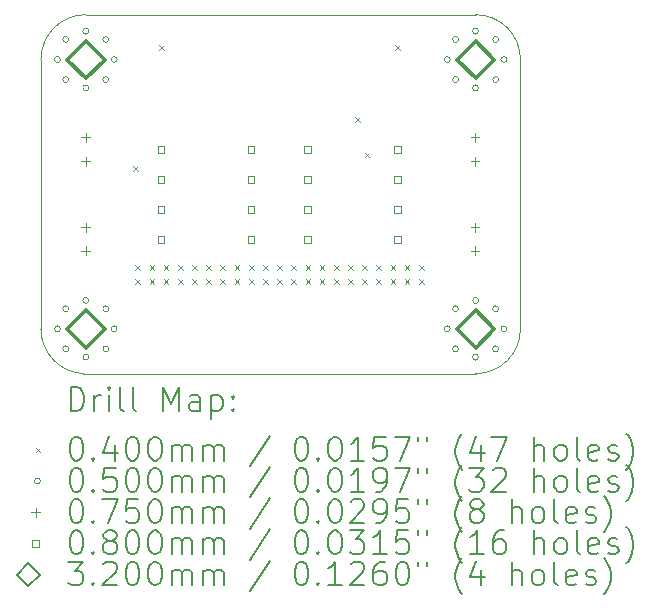
<source format=gbr>
%TF.GenerationSoftware,KiCad,Pcbnew,6.0.11-2627ca5db0~126~ubuntu22.04.1*%
%TF.CreationDate,2023-02-23T11:24:36+01:00*%
%TF.ProjectId,motordriver,6d6f746f-7264-4726-9976-65722e6b6963,rev?*%
%TF.SameCoordinates,Original*%
%TF.FileFunction,Drillmap*%
%TF.FilePolarity,Positive*%
%FSLAX45Y45*%
G04 Gerber Fmt 4.5, Leading zero omitted, Abs format (unit mm)*
G04 Created by KiCad (PCBNEW 6.0.11-2627ca5db0~126~ubuntu22.04.1) date 2023-02-23 11:24:36*
%MOMM*%
%LPD*%
G01*
G04 APERTURE LIST*
%ADD10C,0.100000*%
%ADD11C,0.200000*%
%ADD12C,0.040000*%
%ADD13C,0.050000*%
%ADD14C,0.075000*%
%ADD15C,0.080000*%
%ADD16C,0.320000*%
G04 APERTURE END LIST*
D10*
X15640000Y-11831500D02*
G75*
G03*
X16020000Y-11451500I0J380000D01*
G01*
X11959474Y-11451500D02*
G75*
G03*
X12320000Y-11831500I380526J0D01*
G01*
X16020000Y-9171500D02*
X16020000Y-11451500D01*
X15640000Y-11831500D02*
X12320000Y-11831500D01*
X12340000Y-8791500D02*
G75*
G03*
X11960000Y-9171500I0J-380000D01*
G01*
X11959474Y-11451500D02*
X11960000Y-9171500D01*
X16020000Y-9171500D02*
G75*
G03*
X15640000Y-8791500I-380000J0D01*
G01*
X12340000Y-8791500D02*
X15640000Y-8791500D01*
D11*
D12*
X12740000Y-10071500D02*
X12780000Y-10111500D01*
X12780000Y-10071500D02*
X12740000Y-10111500D01*
X12760000Y-10911500D02*
X12800000Y-10951500D01*
X12800000Y-10911500D02*
X12760000Y-10951500D01*
X12760000Y-11031500D02*
X12800000Y-11071500D01*
X12800000Y-11031500D02*
X12760000Y-11071500D01*
X12880000Y-10911500D02*
X12920000Y-10951500D01*
X12920000Y-10911500D02*
X12880000Y-10951500D01*
X12880000Y-11031500D02*
X12920000Y-11071500D01*
X12920000Y-11031500D02*
X12880000Y-11071500D01*
X12960000Y-9051500D02*
X13000000Y-9091500D01*
X13000000Y-9051500D02*
X12960000Y-9091500D01*
X13000000Y-10911500D02*
X13040000Y-10951500D01*
X13040000Y-10911500D02*
X13000000Y-10951500D01*
X13000000Y-11031500D02*
X13040000Y-11071500D01*
X13040000Y-11031500D02*
X13000000Y-11071500D01*
X13120000Y-10911500D02*
X13160000Y-10951500D01*
X13160000Y-10911500D02*
X13120000Y-10951500D01*
X13120000Y-11031500D02*
X13160000Y-11071500D01*
X13160000Y-11031500D02*
X13120000Y-11071500D01*
X13240000Y-10911500D02*
X13280000Y-10951500D01*
X13280000Y-10911500D02*
X13240000Y-10951500D01*
X13240000Y-11031500D02*
X13280000Y-11071500D01*
X13280000Y-11031500D02*
X13240000Y-11071500D01*
X13360000Y-10911500D02*
X13400000Y-10951500D01*
X13400000Y-10911500D02*
X13360000Y-10951500D01*
X13360000Y-11031500D02*
X13400000Y-11071500D01*
X13400000Y-11031500D02*
X13360000Y-11071500D01*
X13480000Y-10911500D02*
X13520000Y-10951500D01*
X13520000Y-10911500D02*
X13480000Y-10951500D01*
X13480000Y-11031500D02*
X13520000Y-11071500D01*
X13520000Y-11031500D02*
X13480000Y-11071500D01*
X13600000Y-10911500D02*
X13640000Y-10951500D01*
X13640000Y-10911500D02*
X13600000Y-10951500D01*
X13600000Y-11031500D02*
X13640000Y-11071500D01*
X13640000Y-11031500D02*
X13600000Y-11071500D01*
X13720000Y-10911500D02*
X13760000Y-10951500D01*
X13760000Y-10911500D02*
X13720000Y-10951500D01*
X13720000Y-11031500D02*
X13760000Y-11071500D01*
X13760000Y-11031500D02*
X13720000Y-11071500D01*
X13840000Y-10911500D02*
X13880000Y-10951500D01*
X13880000Y-10911500D02*
X13840000Y-10951500D01*
X13840000Y-11031500D02*
X13880000Y-11071500D01*
X13880000Y-11031500D02*
X13840000Y-11071500D01*
X13960000Y-10911500D02*
X14000000Y-10951500D01*
X14000000Y-10911500D02*
X13960000Y-10951500D01*
X13960000Y-11031500D02*
X14000000Y-11071500D01*
X14000000Y-11031500D02*
X13960000Y-11071500D01*
X14080000Y-10911500D02*
X14120000Y-10951500D01*
X14120000Y-10911500D02*
X14080000Y-10951500D01*
X14080000Y-11031500D02*
X14120000Y-11071500D01*
X14120000Y-11031500D02*
X14080000Y-11071500D01*
X14200000Y-10911500D02*
X14240000Y-10951500D01*
X14240000Y-10911500D02*
X14200000Y-10951500D01*
X14200000Y-11031500D02*
X14240000Y-11071500D01*
X14240000Y-11031500D02*
X14200000Y-11071500D01*
X14320000Y-10911500D02*
X14360000Y-10951500D01*
X14360000Y-10911500D02*
X14320000Y-10951500D01*
X14320000Y-11031500D02*
X14360000Y-11071500D01*
X14360000Y-11031500D02*
X14320000Y-11071500D01*
X14440000Y-10911500D02*
X14480000Y-10951500D01*
X14480000Y-10911500D02*
X14440000Y-10951500D01*
X14440000Y-11031500D02*
X14480000Y-11071500D01*
X14480000Y-11031500D02*
X14440000Y-11071500D01*
X14560000Y-10911500D02*
X14600000Y-10951500D01*
X14600000Y-10911500D02*
X14560000Y-10951500D01*
X14560000Y-11031500D02*
X14600000Y-11071500D01*
X14600000Y-11031500D02*
X14560000Y-11071500D01*
X14620000Y-9660000D02*
X14660000Y-9700000D01*
X14660000Y-9660000D02*
X14620000Y-9700000D01*
X14680000Y-10911500D02*
X14720000Y-10951500D01*
X14720000Y-10911500D02*
X14680000Y-10951500D01*
X14680000Y-11031500D02*
X14720000Y-11071500D01*
X14720000Y-11031500D02*
X14680000Y-11071500D01*
X14700000Y-9960000D02*
X14740000Y-10000000D01*
X14740000Y-9960000D02*
X14700000Y-10000000D01*
X14800000Y-10911500D02*
X14840000Y-10951500D01*
X14840000Y-10911500D02*
X14800000Y-10951500D01*
X14800000Y-11031500D02*
X14840000Y-11071500D01*
X14840000Y-11031500D02*
X14800000Y-11071500D01*
X14920000Y-10911500D02*
X14960000Y-10951500D01*
X14960000Y-10911500D02*
X14920000Y-10951500D01*
X14920000Y-11031500D02*
X14960000Y-11071500D01*
X14960000Y-11031500D02*
X14920000Y-11071500D01*
X14960000Y-9051500D02*
X15000000Y-9091500D01*
X15000000Y-9051500D02*
X14960000Y-9091500D01*
X15040000Y-10911500D02*
X15080000Y-10951500D01*
X15080000Y-10911500D02*
X15040000Y-10951500D01*
X15040000Y-11031500D02*
X15080000Y-11071500D01*
X15080000Y-11031500D02*
X15040000Y-11071500D01*
X15160000Y-10911500D02*
X15200000Y-10951500D01*
X15200000Y-10911500D02*
X15160000Y-10951500D01*
X15160000Y-11031500D02*
X15200000Y-11071500D01*
X15200000Y-11031500D02*
X15160000Y-11071500D01*
D13*
X12125000Y-9171500D02*
G75*
G03*
X12125000Y-9171500I-25000J0D01*
G01*
X12125000Y-11451500D02*
G75*
G03*
X12125000Y-11451500I-25000J0D01*
G01*
X12195294Y-9001794D02*
G75*
G03*
X12195294Y-9001794I-25000J0D01*
G01*
X12195294Y-9341206D02*
G75*
G03*
X12195294Y-9341206I-25000J0D01*
G01*
X12195294Y-11281794D02*
G75*
G03*
X12195294Y-11281794I-25000J0D01*
G01*
X12195294Y-11621206D02*
G75*
G03*
X12195294Y-11621206I-25000J0D01*
G01*
X12365000Y-8931500D02*
G75*
G03*
X12365000Y-8931500I-25000J0D01*
G01*
X12365000Y-9411500D02*
G75*
G03*
X12365000Y-9411500I-25000J0D01*
G01*
X12365000Y-11211500D02*
G75*
G03*
X12365000Y-11211500I-25000J0D01*
G01*
X12365000Y-11691500D02*
G75*
G03*
X12365000Y-11691500I-25000J0D01*
G01*
X12534706Y-9001794D02*
G75*
G03*
X12534706Y-9001794I-25000J0D01*
G01*
X12534706Y-9341206D02*
G75*
G03*
X12534706Y-9341206I-25000J0D01*
G01*
X12534706Y-11281794D02*
G75*
G03*
X12534706Y-11281794I-25000J0D01*
G01*
X12534706Y-11621206D02*
G75*
G03*
X12534706Y-11621206I-25000J0D01*
G01*
X12605000Y-9171500D02*
G75*
G03*
X12605000Y-9171500I-25000J0D01*
G01*
X12605000Y-11451500D02*
G75*
G03*
X12605000Y-11451500I-25000J0D01*
G01*
X15425000Y-9171500D02*
G75*
G03*
X15425000Y-9171500I-25000J0D01*
G01*
X15425000Y-11451500D02*
G75*
G03*
X15425000Y-11451500I-25000J0D01*
G01*
X15495294Y-9001794D02*
G75*
G03*
X15495294Y-9001794I-25000J0D01*
G01*
X15495294Y-9341206D02*
G75*
G03*
X15495294Y-9341206I-25000J0D01*
G01*
X15495294Y-11281794D02*
G75*
G03*
X15495294Y-11281794I-25000J0D01*
G01*
X15495294Y-11621206D02*
G75*
G03*
X15495294Y-11621206I-25000J0D01*
G01*
X15665000Y-8931500D02*
G75*
G03*
X15665000Y-8931500I-25000J0D01*
G01*
X15665000Y-9411500D02*
G75*
G03*
X15665000Y-9411500I-25000J0D01*
G01*
X15665000Y-11211500D02*
G75*
G03*
X15665000Y-11211500I-25000J0D01*
G01*
X15665000Y-11691500D02*
G75*
G03*
X15665000Y-11691500I-25000J0D01*
G01*
X15834706Y-9001794D02*
G75*
G03*
X15834706Y-9001794I-25000J0D01*
G01*
X15834706Y-9341206D02*
G75*
G03*
X15834706Y-9341206I-25000J0D01*
G01*
X15834706Y-11281794D02*
G75*
G03*
X15834706Y-11281794I-25000J0D01*
G01*
X15834706Y-11621206D02*
G75*
G03*
X15834706Y-11621206I-25000J0D01*
G01*
X15905000Y-9171500D02*
G75*
G03*
X15905000Y-9171500I-25000J0D01*
G01*
X15905000Y-11451500D02*
G75*
G03*
X15905000Y-11451500I-25000J0D01*
G01*
D14*
X12340000Y-9794000D02*
X12340000Y-9869000D01*
X12302500Y-9831500D02*
X12377500Y-9831500D01*
X12340000Y-9994000D02*
X12340000Y-10069000D01*
X12302500Y-10031500D02*
X12377500Y-10031500D01*
X12340000Y-10554000D02*
X12340000Y-10629000D01*
X12302500Y-10591500D02*
X12377500Y-10591500D01*
X12340000Y-10754000D02*
X12340000Y-10829000D01*
X12302500Y-10791500D02*
X12377500Y-10791500D01*
X15635000Y-9794000D02*
X15635000Y-9869000D01*
X15597500Y-9831500D02*
X15672500Y-9831500D01*
X15635000Y-9994000D02*
X15635000Y-10069000D01*
X15597500Y-10031500D02*
X15672500Y-10031500D01*
X15635000Y-10554000D02*
X15635000Y-10629000D01*
X15597500Y-10591500D02*
X15672500Y-10591500D01*
X15635000Y-10754000D02*
X15635000Y-10829000D01*
X15597500Y-10791500D02*
X15672500Y-10791500D01*
D15*
X13005784Y-9959785D02*
X13005784Y-9903216D01*
X12949215Y-9903216D01*
X12949215Y-9959785D01*
X13005784Y-9959785D01*
X13005784Y-10213785D02*
X13005784Y-10157216D01*
X12949215Y-10157216D01*
X12949215Y-10213785D01*
X13005784Y-10213785D01*
X13005784Y-10467785D02*
X13005784Y-10411216D01*
X12949215Y-10411216D01*
X12949215Y-10467785D01*
X13005784Y-10467785D01*
X13005784Y-10721785D02*
X13005784Y-10665216D01*
X12949215Y-10665216D01*
X12949215Y-10721785D01*
X13005784Y-10721785D01*
X13767784Y-9959785D02*
X13767784Y-9903216D01*
X13711215Y-9903216D01*
X13711215Y-9959785D01*
X13767784Y-9959785D01*
X13767784Y-10213785D02*
X13767784Y-10157216D01*
X13711215Y-10157216D01*
X13711215Y-10213785D01*
X13767784Y-10213785D01*
X13767784Y-10467785D02*
X13767784Y-10411216D01*
X13711215Y-10411216D01*
X13711215Y-10467785D01*
X13767784Y-10467785D01*
X13767784Y-10721785D02*
X13767784Y-10665216D01*
X13711215Y-10665216D01*
X13711215Y-10721785D01*
X13767784Y-10721785D01*
X14245784Y-9959785D02*
X14245784Y-9903216D01*
X14189215Y-9903216D01*
X14189215Y-9959785D01*
X14245784Y-9959785D01*
X14245784Y-10213785D02*
X14245784Y-10157216D01*
X14189215Y-10157216D01*
X14189215Y-10213785D01*
X14245784Y-10213785D01*
X14245784Y-10467785D02*
X14245784Y-10411216D01*
X14189215Y-10411216D01*
X14189215Y-10467785D01*
X14245784Y-10467785D01*
X14245784Y-10721785D02*
X14245784Y-10665216D01*
X14189215Y-10665216D01*
X14189215Y-10721785D01*
X14245784Y-10721785D01*
X15007784Y-9959785D02*
X15007784Y-9903216D01*
X14951215Y-9903216D01*
X14951215Y-9959785D01*
X15007784Y-9959785D01*
X15007784Y-10213785D02*
X15007784Y-10157216D01*
X14951215Y-10157216D01*
X14951215Y-10213785D01*
X15007784Y-10213785D01*
X15007784Y-10467785D02*
X15007784Y-10411216D01*
X14951215Y-10411216D01*
X14951215Y-10467785D01*
X15007784Y-10467785D01*
X15007784Y-10721785D02*
X15007784Y-10665216D01*
X14951215Y-10665216D01*
X14951215Y-10721785D01*
X15007784Y-10721785D01*
D16*
X12340000Y-9331500D02*
X12500000Y-9171500D01*
X12340000Y-9011500D01*
X12180000Y-9171500D01*
X12340000Y-9331500D01*
X12340000Y-11611500D02*
X12500000Y-11451500D01*
X12340000Y-11291500D01*
X12180000Y-11451500D01*
X12340000Y-11611500D01*
X15640000Y-9331500D02*
X15800000Y-9171500D01*
X15640000Y-9011500D01*
X15480000Y-9171500D01*
X15640000Y-9331500D01*
X15640000Y-11611500D02*
X15800000Y-11451500D01*
X15640000Y-11291500D01*
X15480000Y-11451500D01*
X15640000Y-11611500D01*
D11*
X12212093Y-12146976D02*
X12212093Y-11946976D01*
X12259712Y-11946976D01*
X12288284Y-11956500D01*
X12307331Y-11975548D01*
X12316855Y-11994595D01*
X12326379Y-12032690D01*
X12326379Y-12061262D01*
X12316855Y-12099357D01*
X12307331Y-12118405D01*
X12288284Y-12137452D01*
X12259712Y-12146976D01*
X12212093Y-12146976D01*
X12412093Y-12146976D02*
X12412093Y-12013643D01*
X12412093Y-12051738D02*
X12421617Y-12032690D01*
X12431141Y-12023167D01*
X12450188Y-12013643D01*
X12469236Y-12013643D01*
X12535903Y-12146976D02*
X12535903Y-12013643D01*
X12535903Y-11946976D02*
X12526379Y-11956500D01*
X12535903Y-11966024D01*
X12545426Y-11956500D01*
X12535903Y-11946976D01*
X12535903Y-11966024D01*
X12659712Y-12146976D02*
X12640664Y-12137452D01*
X12631141Y-12118405D01*
X12631141Y-11946976D01*
X12764474Y-12146976D02*
X12745426Y-12137452D01*
X12735903Y-12118405D01*
X12735903Y-11946976D01*
X12993045Y-12146976D02*
X12993045Y-11946976D01*
X13059712Y-12089833D01*
X13126379Y-11946976D01*
X13126379Y-12146976D01*
X13307331Y-12146976D02*
X13307331Y-12042214D01*
X13297807Y-12023167D01*
X13278760Y-12013643D01*
X13240664Y-12013643D01*
X13221617Y-12023167D01*
X13307331Y-12137452D02*
X13288284Y-12146976D01*
X13240664Y-12146976D01*
X13221617Y-12137452D01*
X13212093Y-12118405D01*
X13212093Y-12099357D01*
X13221617Y-12080309D01*
X13240664Y-12070786D01*
X13288284Y-12070786D01*
X13307331Y-12061262D01*
X13402569Y-12013643D02*
X13402569Y-12213643D01*
X13402569Y-12023167D02*
X13421617Y-12013643D01*
X13459712Y-12013643D01*
X13478760Y-12023167D01*
X13488284Y-12032690D01*
X13497807Y-12051738D01*
X13497807Y-12108881D01*
X13488284Y-12127928D01*
X13478760Y-12137452D01*
X13459712Y-12146976D01*
X13421617Y-12146976D01*
X13402569Y-12137452D01*
X13583522Y-12127928D02*
X13593045Y-12137452D01*
X13583522Y-12146976D01*
X13573998Y-12137452D01*
X13583522Y-12127928D01*
X13583522Y-12146976D01*
X13583522Y-12023167D02*
X13593045Y-12032690D01*
X13583522Y-12042214D01*
X13573998Y-12032690D01*
X13583522Y-12023167D01*
X13583522Y-12042214D01*
D12*
X11914474Y-12456500D02*
X11954474Y-12496500D01*
X11954474Y-12456500D02*
X11914474Y-12496500D01*
D11*
X12250188Y-12366976D02*
X12269236Y-12366976D01*
X12288284Y-12376500D01*
X12297807Y-12386024D01*
X12307331Y-12405071D01*
X12316855Y-12443167D01*
X12316855Y-12490786D01*
X12307331Y-12528881D01*
X12297807Y-12547928D01*
X12288284Y-12557452D01*
X12269236Y-12566976D01*
X12250188Y-12566976D01*
X12231141Y-12557452D01*
X12221617Y-12547928D01*
X12212093Y-12528881D01*
X12202569Y-12490786D01*
X12202569Y-12443167D01*
X12212093Y-12405071D01*
X12221617Y-12386024D01*
X12231141Y-12376500D01*
X12250188Y-12366976D01*
X12402569Y-12547928D02*
X12412093Y-12557452D01*
X12402569Y-12566976D01*
X12393045Y-12557452D01*
X12402569Y-12547928D01*
X12402569Y-12566976D01*
X12583522Y-12433643D02*
X12583522Y-12566976D01*
X12535903Y-12357452D02*
X12488284Y-12500309D01*
X12612093Y-12500309D01*
X12726379Y-12366976D02*
X12745426Y-12366976D01*
X12764474Y-12376500D01*
X12773998Y-12386024D01*
X12783522Y-12405071D01*
X12793045Y-12443167D01*
X12793045Y-12490786D01*
X12783522Y-12528881D01*
X12773998Y-12547928D01*
X12764474Y-12557452D01*
X12745426Y-12566976D01*
X12726379Y-12566976D01*
X12707331Y-12557452D01*
X12697807Y-12547928D01*
X12688284Y-12528881D01*
X12678760Y-12490786D01*
X12678760Y-12443167D01*
X12688284Y-12405071D01*
X12697807Y-12386024D01*
X12707331Y-12376500D01*
X12726379Y-12366976D01*
X12916855Y-12366976D02*
X12935903Y-12366976D01*
X12954950Y-12376500D01*
X12964474Y-12386024D01*
X12973998Y-12405071D01*
X12983522Y-12443167D01*
X12983522Y-12490786D01*
X12973998Y-12528881D01*
X12964474Y-12547928D01*
X12954950Y-12557452D01*
X12935903Y-12566976D01*
X12916855Y-12566976D01*
X12897807Y-12557452D01*
X12888284Y-12547928D01*
X12878760Y-12528881D01*
X12869236Y-12490786D01*
X12869236Y-12443167D01*
X12878760Y-12405071D01*
X12888284Y-12386024D01*
X12897807Y-12376500D01*
X12916855Y-12366976D01*
X13069236Y-12566976D02*
X13069236Y-12433643D01*
X13069236Y-12452690D02*
X13078760Y-12443167D01*
X13097807Y-12433643D01*
X13126379Y-12433643D01*
X13145426Y-12443167D01*
X13154950Y-12462214D01*
X13154950Y-12566976D01*
X13154950Y-12462214D02*
X13164474Y-12443167D01*
X13183522Y-12433643D01*
X13212093Y-12433643D01*
X13231141Y-12443167D01*
X13240664Y-12462214D01*
X13240664Y-12566976D01*
X13335903Y-12566976D02*
X13335903Y-12433643D01*
X13335903Y-12452690D02*
X13345426Y-12443167D01*
X13364474Y-12433643D01*
X13393045Y-12433643D01*
X13412093Y-12443167D01*
X13421617Y-12462214D01*
X13421617Y-12566976D01*
X13421617Y-12462214D02*
X13431141Y-12443167D01*
X13450188Y-12433643D01*
X13478760Y-12433643D01*
X13497807Y-12443167D01*
X13507331Y-12462214D01*
X13507331Y-12566976D01*
X13897807Y-12357452D02*
X13726379Y-12614595D01*
X14154950Y-12366976D02*
X14173998Y-12366976D01*
X14193045Y-12376500D01*
X14202569Y-12386024D01*
X14212093Y-12405071D01*
X14221617Y-12443167D01*
X14221617Y-12490786D01*
X14212093Y-12528881D01*
X14202569Y-12547928D01*
X14193045Y-12557452D01*
X14173998Y-12566976D01*
X14154950Y-12566976D01*
X14135903Y-12557452D01*
X14126379Y-12547928D01*
X14116855Y-12528881D01*
X14107331Y-12490786D01*
X14107331Y-12443167D01*
X14116855Y-12405071D01*
X14126379Y-12386024D01*
X14135903Y-12376500D01*
X14154950Y-12366976D01*
X14307331Y-12547928D02*
X14316855Y-12557452D01*
X14307331Y-12566976D01*
X14297807Y-12557452D01*
X14307331Y-12547928D01*
X14307331Y-12566976D01*
X14440664Y-12366976D02*
X14459712Y-12366976D01*
X14478760Y-12376500D01*
X14488284Y-12386024D01*
X14497807Y-12405071D01*
X14507331Y-12443167D01*
X14507331Y-12490786D01*
X14497807Y-12528881D01*
X14488284Y-12547928D01*
X14478760Y-12557452D01*
X14459712Y-12566976D01*
X14440664Y-12566976D01*
X14421617Y-12557452D01*
X14412093Y-12547928D01*
X14402569Y-12528881D01*
X14393045Y-12490786D01*
X14393045Y-12443167D01*
X14402569Y-12405071D01*
X14412093Y-12386024D01*
X14421617Y-12376500D01*
X14440664Y-12366976D01*
X14697807Y-12566976D02*
X14583522Y-12566976D01*
X14640664Y-12566976D02*
X14640664Y-12366976D01*
X14621617Y-12395548D01*
X14602569Y-12414595D01*
X14583522Y-12424119D01*
X14878760Y-12366976D02*
X14783522Y-12366976D01*
X14773998Y-12462214D01*
X14783522Y-12452690D01*
X14802569Y-12443167D01*
X14850188Y-12443167D01*
X14869236Y-12452690D01*
X14878760Y-12462214D01*
X14888284Y-12481262D01*
X14888284Y-12528881D01*
X14878760Y-12547928D01*
X14869236Y-12557452D01*
X14850188Y-12566976D01*
X14802569Y-12566976D01*
X14783522Y-12557452D01*
X14773998Y-12547928D01*
X14954950Y-12366976D02*
X15088284Y-12366976D01*
X15002569Y-12566976D01*
X15154950Y-12366976D02*
X15154950Y-12405071D01*
X15231141Y-12366976D02*
X15231141Y-12405071D01*
X15526379Y-12643167D02*
X15516855Y-12633643D01*
X15497807Y-12605071D01*
X15488284Y-12586024D01*
X15478760Y-12557452D01*
X15469236Y-12509833D01*
X15469236Y-12471738D01*
X15478760Y-12424119D01*
X15488284Y-12395548D01*
X15497807Y-12376500D01*
X15516855Y-12347928D01*
X15526379Y-12338405D01*
X15688284Y-12433643D02*
X15688284Y-12566976D01*
X15640664Y-12357452D02*
X15593045Y-12500309D01*
X15716855Y-12500309D01*
X15773998Y-12366976D02*
X15907331Y-12366976D01*
X15821617Y-12566976D01*
X16135903Y-12566976D02*
X16135903Y-12366976D01*
X16221617Y-12566976D02*
X16221617Y-12462214D01*
X16212093Y-12443167D01*
X16193045Y-12433643D01*
X16164474Y-12433643D01*
X16145426Y-12443167D01*
X16135903Y-12452690D01*
X16345426Y-12566976D02*
X16326379Y-12557452D01*
X16316855Y-12547928D01*
X16307331Y-12528881D01*
X16307331Y-12471738D01*
X16316855Y-12452690D01*
X16326379Y-12443167D01*
X16345426Y-12433643D01*
X16373998Y-12433643D01*
X16393045Y-12443167D01*
X16402569Y-12452690D01*
X16412093Y-12471738D01*
X16412093Y-12528881D01*
X16402569Y-12547928D01*
X16393045Y-12557452D01*
X16373998Y-12566976D01*
X16345426Y-12566976D01*
X16526379Y-12566976D02*
X16507331Y-12557452D01*
X16497807Y-12538405D01*
X16497807Y-12366976D01*
X16678760Y-12557452D02*
X16659712Y-12566976D01*
X16621617Y-12566976D01*
X16602569Y-12557452D01*
X16593045Y-12538405D01*
X16593045Y-12462214D01*
X16602569Y-12443167D01*
X16621617Y-12433643D01*
X16659712Y-12433643D01*
X16678760Y-12443167D01*
X16688284Y-12462214D01*
X16688284Y-12481262D01*
X16593045Y-12500309D01*
X16764474Y-12557452D02*
X16783522Y-12566976D01*
X16821617Y-12566976D01*
X16840665Y-12557452D01*
X16850188Y-12538405D01*
X16850188Y-12528881D01*
X16840665Y-12509833D01*
X16821617Y-12500309D01*
X16793046Y-12500309D01*
X16773998Y-12490786D01*
X16764474Y-12471738D01*
X16764474Y-12462214D01*
X16773998Y-12443167D01*
X16793046Y-12433643D01*
X16821617Y-12433643D01*
X16840665Y-12443167D01*
X16916855Y-12643167D02*
X16926379Y-12633643D01*
X16945426Y-12605071D01*
X16954950Y-12586024D01*
X16964474Y-12557452D01*
X16973998Y-12509833D01*
X16973998Y-12471738D01*
X16964474Y-12424119D01*
X16954950Y-12395548D01*
X16945426Y-12376500D01*
X16926379Y-12347928D01*
X16916855Y-12338405D01*
D13*
X11954474Y-12740500D02*
G75*
G03*
X11954474Y-12740500I-25000J0D01*
G01*
D11*
X12250188Y-12630976D02*
X12269236Y-12630976D01*
X12288284Y-12640500D01*
X12297807Y-12650024D01*
X12307331Y-12669071D01*
X12316855Y-12707167D01*
X12316855Y-12754786D01*
X12307331Y-12792881D01*
X12297807Y-12811928D01*
X12288284Y-12821452D01*
X12269236Y-12830976D01*
X12250188Y-12830976D01*
X12231141Y-12821452D01*
X12221617Y-12811928D01*
X12212093Y-12792881D01*
X12202569Y-12754786D01*
X12202569Y-12707167D01*
X12212093Y-12669071D01*
X12221617Y-12650024D01*
X12231141Y-12640500D01*
X12250188Y-12630976D01*
X12402569Y-12811928D02*
X12412093Y-12821452D01*
X12402569Y-12830976D01*
X12393045Y-12821452D01*
X12402569Y-12811928D01*
X12402569Y-12830976D01*
X12593045Y-12630976D02*
X12497807Y-12630976D01*
X12488284Y-12726214D01*
X12497807Y-12716690D01*
X12516855Y-12707167D01*
X12564474Y-12707167D01*
X12583522Y-12716690D01*
X12593045Y-12726214D01*
X12602569Y-12745262D01*
X12602569Y-12792881D01*
X12593045Y-12811928D01*
X12583522Y-12821452D01*
X12564474Y-12830976D01*
X12516855Y-12830976D01*
X12497807Y-12821452D01*
X12488284Y-12811928D01*
X12726379Y-12630976D02*
X12745426Y-12630976D01*
X12764474Y-12640500D01*
X12773998Y-12650024D01*
X12783522Y-12669071D01*
X12793045Y-12707167D01*
X12793045Y-12754786D01*
X12783522Y-12792881D01*
X12773998Y-12811928D01*
X12764474Y-12821452D01*
X12745426Y-12830976D01*
X12726379Y-12830976D01*
X12707331Y-12821452D01*
X12697807Y-12811928D01*
X12688284Y-12792881D01*
X12678760Y-12754786D01*
X12678760Y-12707167D01*
X12688284Y-12669071D01*
X12697807Y-12650024D01*
X12707331Y-12640500D01*
X12726379Y-12630976D01*
X12916855Y-12630976D02*
X12935903Y-12630976D01*
X12954950Y-12640500D01*
X12964474Y-12650024D01*
X12973998Y-12669071D01*
X12983522Y-12707167D01*
X12983522Y-12754786D01*
X12973998Y-12792881D01*
X12964474Y-12811928D01*
X12954950Y-12821452D01*
X12935903Y-12830976D01*
X12916855Y-12830976D01*
X12897807Y-12821452D01*
X12888284Y-12811928D01*
X12878760Y-12792881D01*
X12869236Y-12754786D01*
X12869236Y-12707167D01*
X12878760Y-12669071D01*
X12888284Y-12650024D01*
X12897807Y-12640500D01*
X12916855Y-12630976D01*
X13069236Y-12830976D02*
X13069236Y-12697643D01*
X13069236Y-12716690D02*
X13078760Y-12707167D01*
X13097807Y-12697643D01*
X13126379Y-12697643D01*
X13145426Y-12707167D01*
X13154950Y-12726214D01*
X13154950Y-12830976D01*
X13154950Y-12726214D02*
X13164474Y-12707167D01*
X13183522Y-12697643D01*
X13212093Y-12697643D01*
X13231141Y-12707167D01*
X13240664Y-12726214D01*
X13240664Y-12830976D01*
X13335903Y-12830976D02*
X13335903Y-12697643D01*
X13335903Y-12716690D02*
X13345426Y-12707167D01*
X13364474Y-12697643D01*
X13393045Y-12697643D01*
X13412093Y-12707167D01*
X13421617Y-12726214D01*
X13421617Y-12830976D01*
X13421617Y-12726214D02*
X13431141Y-12707167D01*
X13450188Y-12697643D01*
X13478760Y-12697643D01*
X13497807Y-12707167D01*
X13507331Y-12726214D01*
X13507331Y-12830976D01*
X13897807Y-12621452D02*
X13726379Y-12878595D01*
X14154950Y-12630976D02*
X14173998Y-12630976D01*
X14193045Y-12640500D01*
X14202569Y-12650024D01*
X14212093Y-12669071D01*
X14221617Y-12707167D01*
X14221617Y-12754786D01*
X14212093Y-12792881D01*
X14202569Y-12811928D01*
X14193045Y-12821452D01*
X14173998Y-12830976D01*
X14154950Y-12830976D01*
X14135903Y-12821452D01*
X14126379Y-12811928D01*
X14116855Y-12792881D01*
X14107331Y-12754786D01*
X14107331Y-12707167D01*
X14116855Y-12669071D01*
X14126379Y-12650024D01*
X14135903Y-12640500D01*
X14154950Y-12630976D01*
X14307331Y-12811928D02*
X14316855Y-12821452D01*
X14307331Y-12830976D01*
X14297807Y-12821452D01*
X14307331Y-12811928D01*
X14307331Y-12830976D01*
X14440664Y-12630976D02*
X14459712Y-12630976D01*
X14478760Y-12640500D01*
X14488284Y-12650024D01*
X14497807Y-12669071D01*
X14507331Y-12707167D01*
X14507331Y-12754786D01*
X14497807Y-12792881D01*
X14488284Y-12811928D01*
X14478760Y-12821452D01*
X14459712Y-12830976D01*
X14440664Y-12830976D01*
X14421617Y-12821452D01*
X14412093Y-12811928D01*
X14402569Y-12792881D01*
X14393045Y-12754786D01*
X14393045Y-12707167D01*
X14402569Y-12669071D01*
X14412093Y-12650024D01*
X14421617Y-12640500D01*
X14440664Y-12630976D01*
X14697807Y-12830976D02*
X14583522Y-12830976D01*
X14640664Y-12830976D02*
X14640664Y-12630976D01*
X14621617Y-12659548D01*
X14602569Y-12678595D01*
X14583522Y-12688119D01*
X14793045Y-12830976D02*
X14831141Y-12830976D01*
X14850188Y-12821452D01*
X14859712Y-12811928D01*
X14878760Y-12783357D01*
X14888284Y-12745262D01*
X14888284Y-12669071D01*
X14878760Y-12650024D01*
X14869236Y-12640500D01*
X14850188Y-12630976D01*
X14812093Y-12630976D01*
X14793045Y-12640500D01*
X14783522Y-12650024D01*
X14773998Y-12669071D01*
X14773998Y-12716690D01*
X14783522Y-12735738D01*
X14793045Y-12745262D01*
X14812093Y-12754786D01*
X14850188Y-12754786D01*
X14869236Y-12745262D01*
X14878760Y-12735738D01*
X14888284Y-12716690D01*
X14954950Y-12630976D02*
X15088284Y-12630976D01*
X15002569Y-12830976D01*
X15154950Y-12630976D02*
X15154950Y-12669071D01*
X15231141Y-12630976D02*
X15231141Y-12669071D01*
X15526379Y-12907167D02*
X15516855Y-12897643D01*
X15497807Y-12869071D01*
X15488284Y-12850024D01*
X15478760Y-12821452D01*
X15469236Y-12773833D01*
X15469236Y-12735738D01*
X15478760Y-12688119D01*
X15488284Y-12659548D01*
X15497807Y-12640500D01*
X15516855Y-12611928D01*
X15526379Y-12602405D01*
X15583522Y-12630976D02*
X15707331Y-12630976D01*
X15640664Y-12707167D01*
X15669236Y-12707167D01*
X15688284Y-12716690D01*
X15697807Y-12726214D01*
X15707331Y-12745262D01*
X15707331Y-12792881D01*
X15697807Y-12811928D01*
X15688284Y-12821452D01*
X15669236Y-12830976D01*
X15612093Y-12830976D01*
X15593045Y-12821452D01*
X15583522Y-12811928D01*
X15783522Y-12650024D02*
X15793045Y-12640500D01*
X15812093Y-12630976D01*
X15859712Y-12630976D01*
X15878760Y-12640500D01*
X15888284Y-12650024D01*
X15897807Y-12669071D01*
X15897807Y-12688119D01*
X15888284Y-12716690D01*
X15773998Y-12830976D01*
X15897807Y-12830976D01*
X16135903Y-12830976D02*
X16135903Y-12630976D01*
X16221617Y-12830976D02*
X16221617Y-12726214D01*
X16212093Y-12707167D01*
X16193045Y-12697643D01*
X16164474Y-12697643D01*
X16145426Y-12707167D01*
X16135903Y-12716690D01*
X16345426Y-12830976D02*
X16326379Y-12821452D01*
X16316855Y-12811928D01*
X16307331Y-12792881D01*
X16307331Y-12735738D01*
X16316855Y-12716690D01*
X16326379Y-12707167D01*
X16345426Y-12697643D01*
X16373998Y-12697643D01*
X16393045Y-12707167D01*
X16402569Y-12716690D01*
X16412093Y-12735738D01*
X16412093Y-12792881D01*
X16402569Y-12811928D01*
X16393045Y-12821452D01*
X16373998Y-12830976D01*
X16345426Y-12830976D01*
X16526379Y-12830976D02*
X16507331Y-12821452D01*
X16497807Y-12802405D01*
X16497807Y-12630976D01*
X16678760Y-12821452D02*
X16659712Y-12830976D01*
X16621617Y-12830976D01*
X16602569Y-12821452D01*
X16593045Y-12802405D01*
X16593045Y-12726214D01*
X16602569Y-12707167D01*
X16621617Y-12697643D01*
X16659712Y-12697643D01*
X16678760Y-12707167D01*
X16688284Y-12726214D01*
X16688284Y-12745262D01*
X16593045Y-12764309D01*
X16764474Y-12821452D02*
X16783522Y-12830976D01*
X16821617Y-12830976D01*
X16840665Y-12821452D01*
X16850188Y-12802405D01*
X16850188Y-12792881D01*
X16840665Y-12773833D01*
X16821617Y-12764309D01*
X16793046Y-12764309D01*
X16773998Y-12754786D01*
X16764474Y-12735738D01*
X16764474Y-12726214D01*
X16773998Y-12707167D01*
X16793046Y-12697643D01*
X16821617Y-12697643D01*
X16840665Y-12707167D01*
X16916855Y-12907167D02*
X16926379Y-12897643D01*
X16945426Y-12869071D01*
X16954950Y-12850024D01*
X16964474Y-12821452D01*
X16973998Y-12773833D01*
X16973998Y-12735738D01*
X16964474Y-12688119D01*
X16954950Y-12659548D01*
X16945426Y-12640500D01*
X16926379Y-12611928D01*
X16916855Y-12602405D01*
D14*
X11916974Y-12967000D02*
X11916974Y-13042000D01*
X11879474Y-13004500D02*
X11954474Y-13004500D01*
D11*
X12250188Y-12894976D02*
X12269236Y-12894976D01*
X12288284Y-12904500D01*
X12297807Y-12914024D01*
X12307331Y-12933071D01*
X12316855Y-12971167D01*
X12316855Y-13018786D01*
X12307331Y-13056881D01*
X12297807Y-13075928D01*
X12288284Y-13085452D01*
X12269236Y-13094976D01*
X12250188Y-13094976D01*
X12231141Y-13085452D01*
X12221617Y-13075928D01*
X12212093Y-13056881D01*
X12202569Y-13018786D01*
X12202569Y-12971167D01*
X12212093Y-12933071D01*
X12221617Y-12914024D01*
X12231141Y-12904500D01*
X12250188Y-12894976D01*
X12402569Y-13075928D02*
X12412093Y-13085452D01*
X12402569Y-13094976D01*
X12393045Y-13085452D01*
X12402569Y-13075928D01*
X12402569Y-13094976D01*
X12478760Y-12894976D02*
X12612093Y-12894976D01*
X12526379Y-13094976D01*
X12783522Y-12894976D02*
X12688284Y-12894976D01*
X12678760Y-12990214D01*
X12688284Y-12980690D01*
X12707331Y-12971167D01*
X12754950Y-12971167D01*
X12773998Y-12980690D01*
X12783522Y-12990214D01*
X12793045Y-13009262D01*
X12793045Y-13056881D01*
X12783522Y-13075928D01*
X12773998Y-13085452D01*
X12754950Y-13094976D01*
X12707331Y-13094976D01*
X12688284Y-13085452D01*
X12678760Y-13075928D01*
X12916855Y-12894976D02*
X12935903Y-12894976D01*
X12954950Y-12904500D01*
X12964474Y-12914024D01*
X12973998Y-12933071D01*
X12983522Y-12971167D01*
X12983522Y-13018786D01*
X12973998Y-13056881D01*
X12964474Y-13075928D01*
X12954950Y-13085452D01*
X12935903Y-13094976D01*
X12916855Y-13094976D01*
X12897807Y-13085452D01*
X12888284Y-13075928D01*
X12878760Y-13056881D01*
X12869236Y-13018786D01*
X12869236Y-12971167D01*
X12878760Y-12933071D01*
X12888284Y-12914024D01*
X12897807Y-12904500D01*
X12916855Y-12894976D01*
X13069236Y-13094976D02*
X13069236Y-12961643D01*
X13069236Y-12980690D02*
X13078760Y-12971167D01*
X13097807Y-12961643D01*
X13126379Y-12961643D01*
X13145426Y-12971167D01*
X13154950Y-12990214D01*
X13154950Y-13094976D01*
X13154950Y-12990214D02*
X13164474Y-12971167D01*
X13183522Y-12961643D01*
X13212093Y-12961643D01*
X13231141Y-12971167D01*
X13240664Y-12990214D01*
X13240664Y-13094976D01*
X13335903Y-13094976D02*
X13335903Y-12961643D01*
X13335903Y-12980690D02*
X13345426Y-12971167D01*
X13364474Y-12961643D01*
X13393045Y-12961643D01*
X13412093Y-12971167D01*
X13421617Y-12990214D01*
X13421617Y-13094976D01*
X13421617Y-12990214D02*
X13431141Y-12971167D01*
X13450188Y-12961643D01*
X13478760Y-12961643D01*
X13497807Y-12971167D01*
X13507331Y-12990214D01*
X13507331Y-13094976D01*
X13897807Y-12885452D02*
X13726379Y-13142595D01*
X14154950Y-12894976D02*
X14173998Y-12894976D01*
X14193045Y-12904500D01*
X14202569Y-12914024D01*
X14212093Y-12933071D01*
X14221617Y-12971167D01*
X14221617Y-13018786D01*
X14212093Y-13056881D01*
X14202569Y-13075928D01*
X14193045Y-13085452D01*
X14173998Y-13094976D01*
X14154950Y-13094976D01*
X14135903Y-13085452D01*
X14126379Y-13075928D01*
X14116855Y-13056881D01*
X14107331Y-13018786D01*
X14107331Y-12971167D01*
X14116855Y-12933071D01*
X14126379Y-12914024D01*
X14135903Y-12904500D01*
X14154950Y-12894976D01*
X14307331Y-13075928D02*
X14316855Y-13085452D01*
X14307331Y-13094976D01*
X14297807Y-13085452D01*
X14307331Y-13075928D01*
X14307331Y-13094976D01*
X14440664Y-12894976D02*
X14459712Y-12894976D01*
X14478760Y-12904500D01*
X14488284Y-12914024D01*
X14497807Y-12933071D01*
X14507331Y-12971167D01*
X14507331Y-13018786D01*
X14497807Y-13056881D01*
X14488284Y-13075928D01*
X14478760Y-13085452D01*
X14459712Y-13094976D01*
X14440664Y-13094976D01*
X14421617Y-13085452D01*
X14412093Y-13075928D01*
X14402569Y-13056881D01*
X14393045Y-13018786D01*
X14393045Y-12971167D01*
X14402569Y-12933071D01*
X14412093Y-12914024D01*
X14421617Y-12904500D01*
X14440664Y-12894976D01*
X14583522Y-12914024D02*
X14593045Y-12904500D01*
X14612093Y-12894976D01*
X14659712Y-12894976D01*
X14678760Y-12904500D01*
X14688284Y-12914024D01*
X14697807Y-12933071D01*
X14697807Y-12952119D01*
X14688284Y-12980690D01*
X14573998Y-13094976D01*
X14697807Y-13094976D01*
X14793045Y-13094976D02*
X14831141Y-13094976D01*
X14850188Y-13085452D01*
X14859712Y-13075928D01*
X14878760Y-13047357D01*
X14888284Y-13009262D01*
X14888284Y-12933071D01*
X14878760Y-12914024D01*
X14869236Y-12904500D01*
X14850188Y-12894976D01*
X14812093Y-12894976D01*
X14793045Y-12904500D01*
X14783522Y-12914024D01*
X14773998Y-12933071D01*
X14773998Y-12980690D01*
X14783522Y-12999738D01*
X14793045Y-13009262D01*
X14812093Y-13018786D01*
X14850188Y-13018786D01*
X14869236Y-13009262D01*
X14878760Y-12999738D01*
X14888284Y-12980690D01*
X15069236Y-12894976D02*
X14973998Y-12894976D01*
X14964474Y-12990214D01*
X14973998Y-12980690D01*
X14993045Y-12971167D01*
X15040664Y-12971167D01*
X15059712Y-12980690D01*
X15069236Y-12990214D01*
X15078760Y-13009262D01*
X15078760Y-13056881D01*
X15069236Y-13075928D01*
X15059712Y-13085452D01*
X15040664Y-13094976D01*
X14993045Y-13094976D01*
X14973998Y-13085452D01*
X14964474Y-13075928D01*
X15154950Y-12894976D02*
X15154950Y-12933071D01*
X15231141Y-12894976D02*
X15231141Y-12933071D01*
X15526379Y-13171167D02*
X15516855Y-13161643D01*
X15497807Y-13133071D01*
X15488284Y-13114024D01*
X15478760Y-13085452D01*
X15469236Y-13037833D01*
X15469236Y-12999738D01*
X15478760Y-12952119D01*
X15488284Y-12923548D01*
X15497807Y-12904500D01*
X15516855Y-12875928D01*
X15526379Y-12866405D01*
X15631141Y-12980690D02*
X15612093Y-12971167D01*
X15602569Y-12961643D01*
X15593045Y-12942595D01*
X15593045Y-12933071D01*
X15602569Y-12914024D01*
X15612093Y-12904500D01*
X15631141Y-12894976D01*
X15669236Y-12894976D01*
X15688284Y-12904500D01*
X15697807Y-12914024D01*
X15707331Y-12933071D01*
X15707331Y-12942595D01*
X15697807Y-12961643D01*
X15688284Y-12971167D01*
X15669236Y-12980690D01*
X15631141Y-12980690D01*
X15612093Y-12990214D01*
X15602569Y-12999738D01*
X15593045Y-13018786D01*
X15593045Y-13056881D01*
X15602569Y-13075928D01*
X15612093Y-13085452D01*
X15631141Y-13094976D01*
X15669236Y-13094976D01*
X15688284Y-13085452D01*
X15697807Y-13075928D01*
X15707331Y-13056881D01*
X15707331Y-13018786D01*
X15697807Y-12999738D01*
X15688284Y-12990214D01*
X15669236Y-12980690D01*
X15945426Y-13094976D02*
X15945426Y-12894976D01*
X16031141Y-13094976D02*
X16031141Y-12990214D01*
X16021617Y-12971167D01*
X16002569Y-12961643D01*
X15973998Y-12961643D01*
X15954950Y-12971167D01*
X15945426Y-12980690D01*
X16154950Y-13094976D02*
X16135903Y-13085452D01*
X16126379Y-13075928D01*
X16116855Y-13056881D01*
X16116855Y-12999738D01*
X16126379Y-12980690D01*
X16135903Y-12971167D01*
X16154950Y-12961643D01*
X16183522Y-12961643D01*
X16202569Y-12971167D01*
X16212093Y-12980690D01*
X16221617Y-12999738D01*
X16221617Y-13056881D01*
X16212093Y-13075928D01*
X16202569Y-13085452D01*
X16183522Y-13094976D01*
X16154950Y-13094976D01*
X16335903Y-13094976D02*
X16316855Y-13085452D01*
X16307331Y-13066405D01*
X16307331Y-12894976D01*
X16488284Y-13085452D02*
X16469236Y-13094976D01*
X16431141Y-13094976D01*
X16412093Y-13085452D01*
X16402569Y-13066405D01*
X16402569Y-12990214D01*
X16412093Y-12971167D01*
X16431141Y-12961643D01*
X16469236Y-12961643D01*
X16488284Y-12971167D01*
X16497807Y-12990214D01*
X16497807Y-13009262D01*
X16402569Y-13028309D01*
X16573998Y-13085452D02*
X16593045Y-13094976D01*
X16631141Y-13094976D01*
X16650188Y-13085452D01*
X16659712Y-13066405D01*
X16659712Y-13056881D01*
X16650188Y-13037833D01*
X16631141Y-13028309D01*
X16602569Y-13028309D01*
X16583522Y-13018786D01*
X16573998Y-12999738D01*
X16573998Y-12990214D01*
X16583522Y-12971167D01*
X16602569Y-12961643D01*
X16631141Y-12961643D01*
X16650188Y-12971167D01*
X16726379Y-13171167D02*
X16735903Y-13161643D01*
X16754950Y-13133071D01*
X16764474Y-13114024D01*
X16773998Y-13085452D01*
X16783522Y-13037833D01*
X16783522Y-12999738D01*
X16773998Y-12952119D01*
X16764474Y-12923548D01*
X16754950Y-12904500D01*
X16735903Y-12875928D01*
X16726379Y-12866405D01*
D15*
X11942759Y-13296784D02*
X11942759Y-13240215D01*
X11886190Y-13240215D01*
X11886190Y-13296784D01*
X11942759Y-13296784D01*
D11*
X12250188Y-13158976D02*
X12269236Y-13158976D01*
X12288284Y-13168500D01*
X12297807Y-13178024D01*
X12307331Y-13197071D01*
X12316855Y-13235167D01*
X12316855Y-13282786D01*
X12307331Y-13320881D01*
X12297807Y-13339928D01*
X12288284Y-13349452D01*
X12269236Y-13358976D01*
X12250188Y-13358976D01*
X12231141Y-13349452D01*
X12221617Y-13339928D01*
X12212093Y-13320881D01*
X12202569Y-13282786D01*
X12202569Y-13235167D01*
X12212093Y-13197071D01*
X12221617Y-13178024D01*
X12231141Y-13168500D01*
X12250188Y-13158976D01*
X12402569Y-13339928D02*
X12412093Y-13349452D01*
X12402569Y-13358976D01*
X12393045Y-13349452D01*
X12402569Y-13339928D01*
X12402569Y-13358976D01*
X12526379Y-13244690D02*
X12507331Y-13235167D01*
X12497807Y-13225643D01*
X12488284Y-13206595D01*
X12488284Y-13197071D01*
X12497807Y-13178024D01*
X12507331Y-13168500D01*
X12526379Y-13158976D01*
X12564474Y-13158976D01*
X12583522Y-13168500D01*
X12593045Y-13178024D01*
X12602569Y-13197071D01*
X12602569Y-13206595D01*
X12593045Y-13225643D01*
X12583522Y-13235167D01*
X12564474Y-13244690D01*
X12526379Y-13244690D01*
X12507331Y-13254214D01*
X12497807Y-13263738D01*
X12488284Y-13282786D01*
X12488284Y-13320881D01*
X12497807Y-13339928D01*
X12507331Y-13349452D01*
X12526379Y-13358976D01*
X12564474Y-13358976D01*
X12583522Y-13349452D01*
X12593045Y-13339928D01*
X12602569Y-13320881D01*
X12602569Y-13282786D01*
X12593045Y-13263738D01*
X12583522Y-13254214D01*
X12564474Y-13244690D01*
X12726379Y-13158976D02*
X12745426Y-13158976D01*
X12764474Y-13168500D01*
X12773998Y-13178024D01*
X12783522Y-13197071D01*
X12793045Y-13235167D01*
X12793045Y-13282786D01*
X12783522Y-13320881D01*
X12773998Y-13339928D01*
X12764474Y-13349452D01*
X12745426Y-13358976D01*
X12726379Y-13358976D01*
X12707331Y-13349452D01*
X12697807Y-13339928D01*
X12688284Y-13320881D01*
X12678760Y-13282786D01*
X12678760Y-13235167D01*
X12688284Y-13197071D01*
X12697807Y-13178024D01*
X12707331Y-13168500D01*
X12726379Y-13158976D01*
X12916855Y-13158976D02*
X12935903Y-13158976D01*
X12954950Y-13168500D01*
X12964474Y-13178024D01*
X12973998Y-13197071D01*
X12983522Y-13235167D01*
X12983522Y-13282786D01*
X12973998Y-13320881D01*
X12964474Y-13339928D01*
X12954950Y-13349452D01*
X12935903Y-13358976D01*
X12916855Y-13358976D01*
X12897807Y-13349452D01*
X12888284Y-13339928D01*
X12878760Y-13320881D01*
X12869236Y-13282786D01*
X12869236Y-13235167D01*
X12878760Y-13197071D01*
X12888284Y-13178024D01*
X12897807Y-13168500D01*
X12916855Y-13158976D01*
X13069236Y-13358976D02*
X13069236Y-13225643D01*
X13069236Y-13244690D02*
X13078760Y-13235167D01*
X13097807Y-13225643D01*
X13126379Y-13225643D01*
X13145426Y-13235167D01*
X13154950Y-13254214D01*
X13154950Y-13358976D01*
X13154950Y-13254214D02*
X13164474Y-13235167D01*
X13183522Y-13225643D01*
X13212093Y-13225643D01*
X13231141Y-13235167D01*
X13240664Y-13254214D01*
X13240664Y-13358976D01*
X13335903Y-13358976D02*
X13335903Y-13225643D01*
X13335903Y-13244690D02*
X13345426Y-13235167D01*
X13364474Y-13225643D01*
X13393045Y-13225643D01*
X13412093Y-13235167D01*
X13421617Y-13254214D01*
X13421617Y-13358976D01*
X13421617Y-13254214D02*
X13431141Y-13235167D01*
X13450188Y-13225643D01*
X13478760Y-13225643D01*
X13497807Y-13235167D01*
X13507331Y-13254214D01*
X13507331Y-13358976D01*
X13897807Y-13149452D02*
X13726379Y-13406595D01*
X14154950Y-13158976D02*
X14173998Y-13158976D01*
X14193045Y-13168500D01*
X14202569Y-13178024D01*
X14212093Y-13197071D01*
X14221617Y-13235167D01*
X14221617Y-13282786D01*
X14212093Y-13320881D01*
X14202569Y-13339928D01*
X14193045Y-13349452D01*
X14173998Y-13358976D01*
X14154950Y-13358976D01*
X14135903Y-13349452D01*
X14126379Y-13339928D01*
X14116855Y-13320881D01*
X14107331Y-13282786D01*
X14107331Y-13235167D01*
X14116855Y-13197071D01*
X14126379Y-13178024D01*
X14135903Y-13168500D01*
X14154950Y-13158976D01*
X14307331Y-13339928D02*
X14316855Y-13349452D01*
X14307331Y-13358976D01*
X14297807Y-13349452D01*
X14307331Y-13339928D01*
X14307331Y-13358976D01*
X14440664Y-13158976D02*
X14459712Y-13158976D01*
X14478760Y-13168500D01*
X14488284Y-13178024D01*
X14497807Y-13197071D01*
X14507331Y-13235167D01*
X14507331Y-13282786D01*
X14497807Y-13320881D01*
X14488284Y-13339928D01*
X14478760Y-13349452D01*
X14459712Y-13358976D01*
X14440664Y-13358976D01*
X14421617Y-13349452D01*
X14412093Y-13339928D01*
X14402569Y-13320881D01*
X14393045Y-13282786D01*
X14393045Y-13235167D01*
X14402569Y-13197071D01*
X14412093Y-13178024D01*
X14421617Y-13168500D01*
X14440664Y-13158976D01*
X14573998Y-13158976D02*
X14697807Y-13158976D01*
X14631141Y-13235167D01*
X14659712Y-13235167D01*
X14678760Y-13244690D01*
X14688284Y-13254214D01*
X14697807Y-13273262D01*
X14697807Y-13320881D01*
X14688284Y-13339928D01*
X14678760Y-13349452D01*
X14659712Y-13358976D01*
X14602569Y-13358976D01*
X14583522Y-13349452D01*
X14573998Y-13339928D01*
X14888284Y-13358976D02*
X14773998Y-13358976D01*
X14831141Y-13358976D02*
X14831141Y-13158976D01*
X14812093Y-13187548D01*
X14793045Y-13206595D01*
X14773998Y-13216119D01*
X15069236Y-13158976D02*
X14973998Y-13158976D01*
X14964474Y-13254214D01*
X14973998Y-13244690D01*
X14993045Y-13235167D01*
X15040664Y-13235167D01*
X15059712Y-13244690D01*
X15069236Y-13254214D01*
X15078760Y-13273262D01*
X15078760Y-13320881D01*
X15069236Y-13339928D01*
X15059712Y-13349452D01*
X15040664Y-13358976D01*
X14993045Y-13358976D01*
X14973998Y-13349452D01*
X14964474Y-13339928D01*
X15154950Y-13158976D02*
X15154950Y-13197071D01*
X15231141Y-13158976D02*
X15231141Y-13197071D01*
X15526379Y-13435167D02*
X15516855Y-13425643D01*
X15497807Y-13397071D01*
X15488284Y-13378024D01*
X15478760Y-13349452D01*
X15469236Y-13301833D01*
X15469236Y-13263738D01*
X15478760Y-13216119D01*
X15488284Y-13187548D01*
X15497807Y-13168500D01*
X15516855Y-13139928D01*
X15526379Y-13130405D01*
X15707331Y-13358976D02*
X15593045Y-13358976D01*
X15650188Y-13358976D02*
X15650188Y-13158976D01*
X15631141Y-13187548D01*
X15612093Y-13206595D01*
X15593045Y-13216119D01*
X15878760Y-13158976D02*
X15840664Y-13158976D01*
X15821617Y-13168500D01*
X15812093Y-13178024D01*
X15793045Y-13206595D01*
X15783522Y-13244690D01*
X15783522Y-13320881D01*
X15793045Y-13339928D01*
X15802569Y-13349452D01*
X15821617Y-13358976D01*
X15859712Y-13358976D01*
X15878760Y-13349452D01*
X15888284Y-13339928D01*
X15897807Y-13320881D01*
X15897807Y-13273262D01*
X15888284Y-13254214D01*
X15878760Y-13244690D01*
X15859712Y-13235167D01*
X15821617Y-13235167D01*
X15802569Y-13244690D01*
X15793045Y-13254214D01*
X15783522Y-13273262D01*
X16135903Y-13358976D02*
X16135903Y-13158976D01*
X16221617Y-13358976D02*
X16221617Y-13254214D01*
X16212093Y-13235167D01*
X16193045Y-13225643D01*
X16164474Y-13225643D01*
X16145426Y-13235167D01*
X16135903Y-13244690D01*
X16345426Y-13358976D02*
X16326379Y-13349452D01*
X16316855Y-13339928D01*
X16307331Y-13320881D01*
X16307331Y-13263738D01*
X16316855Y-13244690D01*
X16326379Y-13235167D01*
X16345426Y-13225643D01*
X16373998Y-13225643D01*
X16393045Y-13235167D01*
X16402569Y-13244690D01*
X16412093Y-13263738D01*
X16412093Y-13320881D01*
X16402569Y-13339928D01*
X16393045Y-13349452D01*
X16373998Y-13358976D01*
X16345426Y-13358976D01*
X16526379Y-13358976D02*
X16507331Y-13349452D01*
X16497807Y-13330405D01*
X16497807Y-13158976D01*
X16678760Y-13349452D02*
X16659712Y-13358976D01*
X16621617Y-13358976D01*
X16602569Y-13349452D01*
X16593045Y-13330405D01*
X16593045Y-13254214D01*
X16602569Y-13235167D01*
X16621617Y-13225643D01*
X16659712Y-13225643D01*
X16678760Y-13235167D01*
X16688284Y-13254214D01*
X16688284Y-13273262D01*
X16593045Y-13292309D01*
X16764474Y-13349452D02*
X16783522Y-13358976D01*
X16821617Y-13358976D01*
X16840665Y-13349452D01*
X16850188Y-13330405D01*
X16850188Y-13320881D01*
X16840665Y-13301833D01*
X16821617Y-13292309D01*
X16793046Y-13292309D01*
X16773998Y-13282786D01*
X16764474Y-13263738D01*
X16764474Y-13254214D01*
X16773998Y-13235167D01*
X16793046Y-13225643D01*
X16821617Y-13225643D01*
X16840665Y-13235167D01*
X16916855Y-13435167D02*
X16926379Y-13425643D01*
X16945426Y-13397071D01*
X16954950Y-13378024D01*
X16964474Y-13349452D01*
X16973998Y-13301833D01*
X16973998Y-13263738D01*
X16964474Y-13216119D01*
X16954950Y-13187548D01*
X16945426Y-13168500D01*
X16926379Y-13139928D01*
X16916855Y-13130405D01*
X11854474Y-13632500D02*
X11954474Y-13532500D01*
X11854474Y-13432500D01*
X11754474Y-13532500D01*
X11854474Y-13632500D01*
X12193045Y-13422976D02*
X12316855Y-13422976D01*
X12250188Y-13499167D01*
X12278760Y-13499167D01*
X12297807Y-13508690D01*
X12307331Y-13518214D01*
X12316855Y-13537262D01*
X12316855Y-13584881D01*
X12307331Y-13603928D01*
X12297807Y-13613452D01*
X12278760Y-13622976D01*
X12221617Y-13622976D01*
X12202569Y-13613452D01*
X12193045Y-13603928D01*
X12402569Y-13603928D02*
X12412093Y-13613452D01*
X12402569Y-13622976D01*
X12393045Y-13613452D01*
X12402569Y-13603928D01*
X12402569Y-13622976D01*
X12488284Y-13442024D02*
X12497807Y-13432500D01*
X12516855Y-13422976D01*
X12564474Y-13422976D01*
X12583522Y-13432500D01*
X12593045Y-13442024D01*
X12602569Y-13461071D01*
X12602569Y-13480119D01*
X12593045Y-13508690D01*
X12478760Y-13622976D01*
X12602569Y-13622976D01*
X12726379Y-13422976D02*
X12745426Y-13422976D01*
X12764474Y-13432500D01*
X12773998Y-13442024D01*
X12783522Y-13461071D01*
X12793045Y-13499167D01*
X12793045Y-13546786D01*
X12783522Y-13584881D01*
X12773998Y-13603928D01*
X12764474Y-13613452D01*
X12745426Y-13622976D01*
X12726379Y-13622976D01*
X12707331Y-13613452D01*
X12697807Y-13603928D01*
X12688284Y-13584881D01*
X12678760Y-13546786D01*
X12678760Y-13499167D01*
X12688284Y-13461071D01*
X12697807Y-13442024D01*
X12707331Y-13432500D01*
X12726379Y-13422976D01*
X12916855Y-13422976D02*
X12935903Y-13422976D01*
X12954950Y-13432500D01*
X12964474Y-13442024D01*
X12973998Y-13461071D01*
X12983522Y-13499167D01*
X12983522Y-13546786D01*
X12973998Y-13584881D01*
X12964474Y-13603928D01*
X12954950Y-13613452D01*
X12935903Y-13622976D01*
X12916855Y-13622976D01*
X12897807Y-13613452D01*
X12888284Y-13603928D01*
X12878760Y-13584881D01*
X12869236Y-13546786D01*
X12869236Y-13499167D01*
X12878760Y-13461071D01*
X12888284Y-13442024D01*
X12897807Y-13432500D01*
X12916855Y-13422976D01*
X13069236Y-13622976D02*
X13069236Y-13489643D01*
X13069236Y-13508690D02*
X13078760Y-13499167D01*
X13097807Y-13489643D01*
X13126379Y-13489643D01*
X13145426Y-13499167D01*
X13154950Y-13518214D01*
X13154950Y-13622976D01*
X13154950Y-13518214D02*
X13164474Y-13499167D01*
X13183522Y-13489643D01*
X13212093Y-13489643D01*
X13231141Y-13499167D01*
X13240664Y-13518214D01*
X13240664Y-13622976D01*
X13335903Y-13622976D02*
X13335903Y-13489643D01*
X13335903Y-13508690D02*
X13345426Y-13499167D01*
X13364474Y-13489643D01*
X13393045Y-13489643D01*
X13412093Y-13499167D01*
X13421617Y-13518214D01*
X13421617Y-13622976D01*
X13421617Y-13518214D02*
X13431141Y-13499167D01*
X13450188Y-13489643D01*
X13478760Y-13489643D01*
X13497807Y-13499167D01*
X13507331Y-13518214D01*
X13507331Y-13622976D01*
X13897807Y-13413452D02*
X13726379Y-13670595D01*
X14154950Y-13422976D02*
X14173998Y-13422976D01*
X14193045Y-13432500D01*
X14202569Y-13442024D01*
X14212093Y-13461071D01*
X14221617Y-13499167D01*
X14221617Y-13546786D01*
X14212093Y-13584881D01*
X14202569Y-13603928D01*
X14193045Y-13613452D01*
X14173998Y-13622976D01*
X14154950Y-13622976D01*
X14135903Y-13613452D01*
X14126379Y-13603928D01*
X14116855Y-13584881D01*
X14107331Y-13546786D01*
X14107331Y-13499167D01*
X14116855Y-13461071D01*
X14126379Y-13442024D01*
X14135903Y-13432500D01*
X14154950Y-13422976D01*
X14307331Y-13603928D02*
X14316855Y-13613452D01*
X14307331Y-13622976D01*
X14297807Y-13613452D01*
X14307331Y-13603928D01*
X14307331Y-13622976D01*
X14507331Y-13622976D02*
X14393045Y-13622976D01*
X14450188Y-13622976D02*
X14450188Y-13422976D01*
X14431141Y-13451548D01*
X14412093Y-13470595D01*
X14393045Y-13480119D01*
X14583522Y-13442024D02*
X14593045Y-13432500D01*
X14612093Y-13422976D01*
X14659712Y-13422976D01*
X14678760Y-13432500D01*
X14688284Y-13442024D01*
X14697807Y-13461071D01*
X14697807Y-13480119D01*
X14688284Y-13508690D01*
X14573998Y-13622976D01*
X14697807Y-13622976D01*
X14869236Y-13422976D02*
X14831141Y-13422976D01*
X14812093Y-13432500D01*
X14802569Y-13442024D01*
X14783522Y-13470595D01*
X14773998Y-13508690D01*
X14773998Y-13584881D01*
X14783522Y-13603928D01*
X14793045Y-13613452D01*
X14812093Y-13622976D01*
X14850188Y-13622976D01*
X14869236Y-13613452D01*
X14878760Y-13603928D01*
X14888284Y-13584881D01*
X14888284Y-13537262D01*
X14878760Y-13518214D01*
X14869236Y-13508690D01*
X14850188Y-13499167D01*
X14812093Y-13499167D01*
X14793045Y-13508690D01*
X14783522Y-13518214D01*
X14773998Y-13537262D01*
X15012093Y-13422976D02*
X15031141Y-13422976D01*
X15050188Y-13432500D01*
X15059712Y-13442024D01*
X15069236Y-13461071D01*
X15078760Y-13499167D01*
X15078760Y-13546786D01*
X15069236Y-13584881D01*
X15059712Y-13603928D01*
X15050188Y-13613452D01*
X15031141Y-13622976D01*
X15012093Y-13622976D01*
X14993045Y-13613452D01*
X14983522Y-13603928D01*
X14973998Y-13584881D01*
X14964474Y-13546786D01*
X14964474Y-13499167D01*
X14973998Y-13461071D01*
X14983522Y-13442024D01*
X14993045Y-13432500D01*
X15012093Y-13422976D01*
X15154950Y-13422976D02*
X15154950Y-13461071D01*
X15231141Y-13422976D02*
X15231141Y-13461071D01*
X15526379Y-13699167D02*
X15516855Y-13689643D01*
X15497807Y-13661071D01*
X15488284Y-13642024D01*
X15478760Y-13613452D01*
X15469236Y-13565833D01*
X15469236Y-13527738D01*
X15478760Y-13480119D01*
X15488284Y-13451548D01*
X15497807Y-13432500D01*
X15516855Y-13403928D01*
X15526379Y-13394405D01*
X15688284Y-13489643D02*
X15688284Y-13622976D01*
X15640664Y-13413452D02*
X15593045Y-13556309D01*
X15716855Y-13556309D01*
X15945426Y-13622976D02*
X15945426Y-13422976D01*
X16031141Y-13622976D02*
X16031141Y-13518214D01*
X16021617Y-13499167D01*
X16002569Y-13489643D01*
X15973998Y-13489643D01*
X15954950Y-13499167D01*
X15945426Y-13508690D01*
X16154950Y-13622976D02*
X16135903Y-13613452D01*
X16126379Y-13603928D01*
X16116855Y-13584881D01*
X16116855Y-13527738D01*
X16126379Y-13508690D01*
X16135903Y-13499167D01*
X16154950Y-13489643D01*
X16183522Y-13489643D01*
X16202569Y-13499167D01*
X16212093Y-13508690D01*
X16221617Y-13527738D01*
X16221617Y-13584881D01*
X16212093Y-13603928D01*
X16202569Y-13613452D01*
X16183522Y-13622976D01*
X16154950Y-13622976D01*
X16335903Y-13622976D02*
X16316855Y-13613452D01*
X16307331Y-13594405D01*
X16307331Y-13422976D01*
X16488284Y-13613452D02*
X16469236Y-13622976D01*
X16431141Y-13622976D01*
X16412093Y-13613452D01*
X16402569Y-13594405D01*
X16402569Y-13518214D01*
X16412093Y-13499167D01*
X16431141Y-13489643D01*
X16469236Y-13489643D01*
X16488284Y-13499167D01*
X16497807Y-13518214D01*
X16497807Y-13537262D01*
X16402569Y-13556309D01*
X16573998Y-13613452D02*
X16593045Y-13622976D01*
X16631141Y-13622976D01*
X16650188Y-13613452D01*
X16659712Y-13594405D01*
X16659712Y-13584881D01*
X16650188Y-13565833D01*
X16631141Y-13556309D01*
X16602569Y-13556309D01*
X16583522Y-13546786D01*
X16573998Y-13527738D01*
X16573998Y-13518214D01*
X16583522Y-13499167D01*
X16602569Y-13489643D01*
X16631141Y-13489643D01*
X16650188Y-13499167D01*
X16726379Y-13699167D02*
X16735903Y-13689643D01*
X16754950Y-13661071D01*
X16764474Y-13642024D01*
X16773998Y-13613452D01*
X16783522Y-13565833D01*
X16783522Y-13527738D01*
X16773998Y-13480119D01*
X16764474Y-13451548D01*
X16754950Y-13432500D01*
X16735903Y-13403928D01*
X16726379Y-13394405D01*
M02*

</source>
